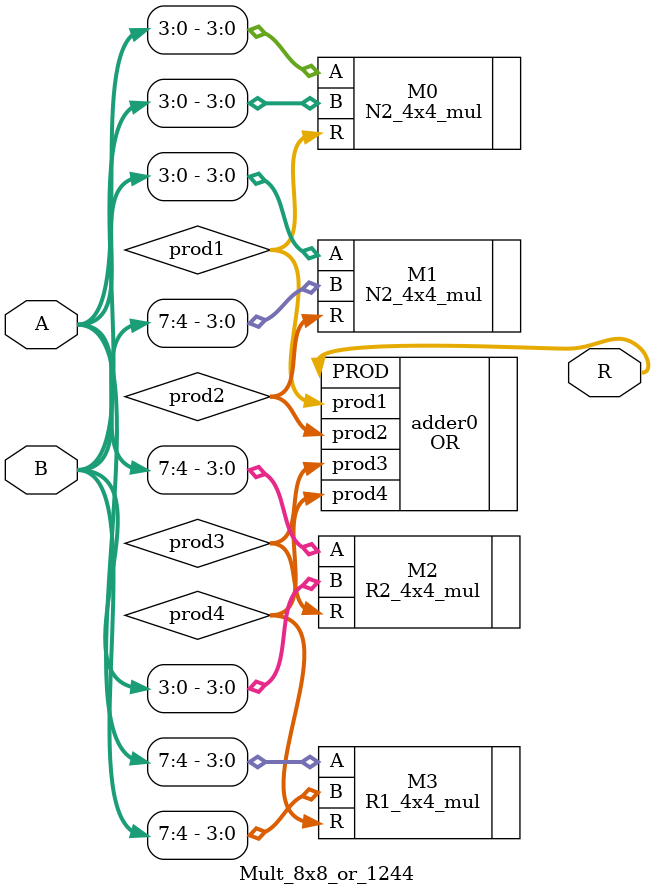
<source format=v>
module Mult_8x8_or_1244(
input [7:0] A,
input [7:0] B,
output [15:0]R
);
wire [7:0]prod1;
wire [7:0]prod2;
wire [7:0]prod3;
wire [7:0]prod4;

N2_4x4_mul M0(.A(A[3:0]),.B(B[3:0]),.R(prod1));
N2_4x4_mul M1(.A(A[3:0]),.B(B[7:4]),.R(prod2));
R2_4x4_mul M2(.A(A[7:4]),.B(B[3:0]),.R(prod3));
R1_4x4_mul M3(.A(A[7:4]),.B(B[7:4]),.R(prod4));
OR adder0(.prod1(prod1),.prod2(prod2),.prod3(prod3),.prod4(prod4),.PROD(R));
endmodule

</source>
